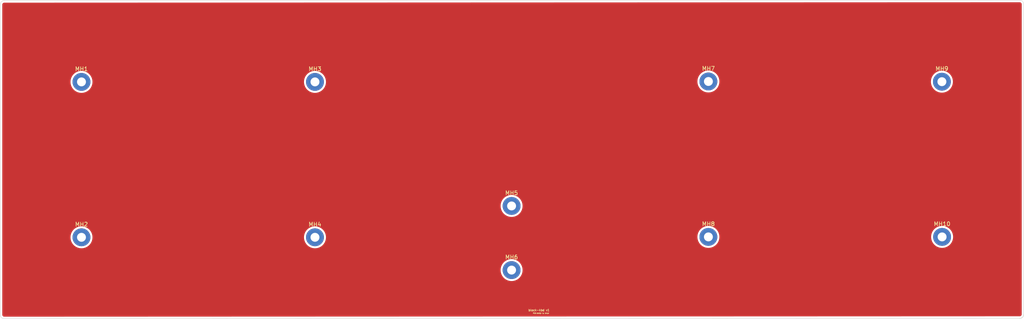
<source format=kicad_pcb>
(kicad_pcb (version 20211014) (generator pcbnew)
  (layers (0 "F.Cu" signal) (31 "B.Cu" signal) (34 "B.Paste" user) (35 "F.Paste" user) (36 "B.SilkS" user "B.Silkscreen") (37 "F.SilkS" user "F.Silkscreen") (38 "B.Mask" user) (39 "F.Mask" user) (44 "Edge.Cuts" user))
  (net 0 "")
  (footprint "MountingHole:MountingHole_2.2mm_M2_Pad" (layer "F.Cu") (at 254.5 77.6)
    (fp_text reference "MH9" (at 0 -3.2) (layer "F.SilkS"))
    (fp_text value "M2")
    (pad "1" thru_hole circle locked (at 0 0) (size 4.4 4.4) (drill 2.2) (layers *.Cu *.Mask))
  )
  (footprint "MountingHole:MountingHole_2.2mm_M2_Pad" (layer "F.Cu") (at 254.55 115.95)
    (fp_text reference "MH10" (at 0 -3.2) (layer "F.SilkS"))
    (fp_text value "M2")
    (pad "1" thru_hole circle locked (at 0 0) (size 4.4 4.4) (drill 2.2) (layers *.Cu *.Mask))
  )
  (footprint "MountingHole:MountingHole_2.2mm_M2_Pad" (layer "F.Cu") (at 42.25 116.05)
    (fp_text reference "MH2" (at 0 -3.2) (layer "F.SilkS"))
    (fp_text value "M2")
    (pad "1" thru_hole circle locked (at 0 0) (size 4.4 4.4) (drill 2.2) (layers *.Cu *.Mask))
  )
  (footprint "MountingHole:MountingHole_2.2mm_M2_Pad" (layer "F.Cu") (at 196.9 77.55)
    (fp_text reference "MH7" (at 0 -3.2) (layer "F.SilkS"))
    (fp_text value "M2")
    (pad "1" thru_hole circle locked (at 0 0) (size 4.4 4.4) (drill 2.2) (layers *.Cu *.Mask))
  )
  (footprint "MountingHole:MountingHole_2.2mm_M2_Pad" (layer "F.Cu") (at 148.35 108.3)
    (fp_text reference "MH5" (at 0 -3.2) (layer "F.SilkS"))
    (fp_text value "M2")
    (pad "1" thru_hole circle locked (at 0 0) (size 4.4 4.4) (drill 2.2) (layers *.Cu *.Mask))
  )
  (footprint "MountingHole:MountingHole_2.2mm_M2_Pad" (layer "F.Cu") (at 99.85 77.65)
    (fp_text reference "MH3" (at 0 -3.2) (layer "F.SilkS"))
    (fp_text value "M2")
    (pad "1" thru_hole circle locked (at 0 0) (size 4.4 4.4) (drill 2.2) (layers *.Cu *.Mask))
  )
  (footprint "MountingHole:MountingHole_2.2mm_M2_Pad" (layer "F.Cu") (at 148.35 124.15)
    (fp_text reference "MH6" (at 0 -3.2) (layer "F.SilkS"))
    (fp_text value "M2")
    (pad "1" thru_hole circle locked (at 0 0) (size 4.4 4.4) (drill 2.2) (layers *.Cu *.Mask))
  )
  (footprint "MountingHole:MountingHole_2.2mm_M2_Pad" (layer "F.Cu") (at 99.85 116.05)
    (fp_text reference "MH4" (at 0 -3.2) (layer "F.SilkS"))
    (fp_text value "M2")
    (pad "1" thru_hole circle locked (at 0 0) (size 4.4 4.4) (drill 2.2) (layers *.Cu *.Mask))
  )
  (footprint "MountingHole:MountingHole_2.2mm_M2_Pad" (layer "F.Cu") (at 42.25 77.65)
    (fp_text reference "MH1" (at 0 -3.2) (layer "F.SilkS"))
    (fp_text value "M2")
    (pad "1" thru_hole circle locked (at 0 0) (size 4.4 4.4) (drill 2.2) (layers *.Cu *.Mask))
  )
  (footprint "MountingHole:MountingHole_2.2mm_M2_Pad" (layer "F.Cu") (at 196.9 115.95)
    (fp_text reference "MH8" (at 0 -3.2) (layer "F.SilkS"))
    (fp_text value "M2")
    (pad "1" thru_hole circle locked (at 0 0) (size 4.4 4.4) (drill 2.2) (layers *.Cu *.Mask))
  )
  (gr_arc (start 274.7 135.069) (mid 274.407107 135.776107) (end 273.7 136.069) (layer "Edge.Cuts") (width 0.15))
  (gr_arc (start 273.7 57.469) (mid 274.407107 57.761893) (end 274.7 58.469) (layer "Edge.Cuts") (width 0.1))
  (gr_line (start 273.7 57.469) (end 23.2 57.569) (layer "Edge.Cuts") (width 0.1))
  (gr_arc (start 23.2 136.169) (mid 22.492893 135.876107) (end 22.2 135.169) (layer "Edge.Cuts") (width 0.1))
  (gr_line (start 274.7 135.069) (end 274.7 58.469) (layer "Edge.Cuts") (width 0.1))
  (gr_arc (start 22.2 58.569) (mid 22.492893 57.861893) (end 23.2 57.569) (layer "Edge.Cuts") (width 0.1))
  (gr_line (start 22.2 58.569) (end 22.2 135.169) (layer "Edge.Cuts") (width 0.1))
  (gr_line (start 23.2 136.169) (end 273.7 136.069) (layer "Edge.Cuts") (width 0.1))
  (gr_text "block-kbd v1" (at 155.1 134.05) (layer "F.SilkS") (effects (font (size 0.5 0.5) (thickness 0.1))))
  (gr_text "PCB design by bncpr" (at 155.6 134.8) (layer "F.SilkS") (effects (font (size 0.25 0.25) (thickness 0.0625))))
  (zone (net 0) (net_name "") (layer "F.Cu") (connect_pads (clearance 0.508)) (min_thickness 0.254) (fill yes (thermal_gap 0.508) (thermal_bridge_width 0.508) (island_removal_mode 2) (island_area_min 0))
    (polygon (pts (xy 274.75 136.15) (xy 22.15 136.25) (xy 22.15 57.55) (xy 274.75 57.45)))
  )
)
</source>
